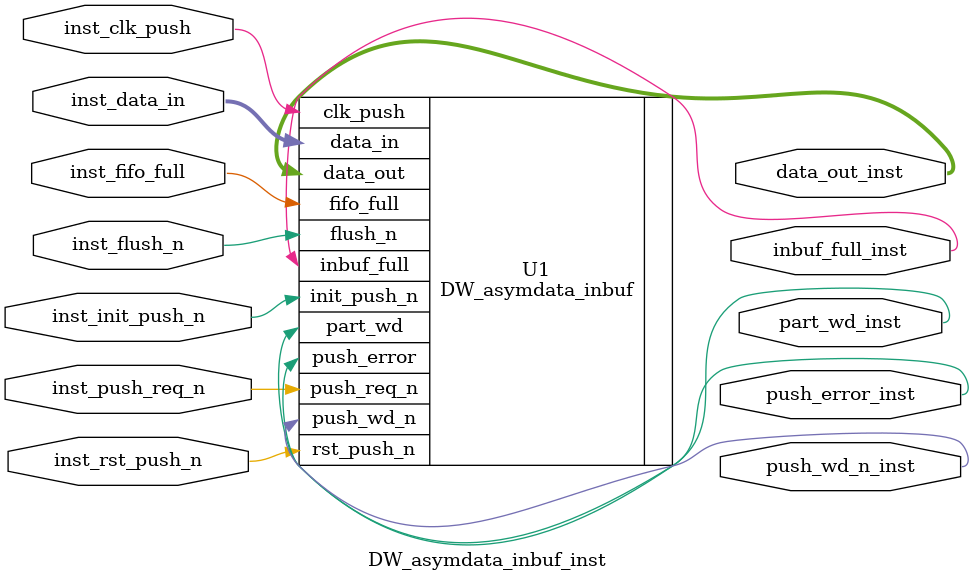
<source format=v>
module DW_asymdata_inbuf_inst( inst_clk_push, inst_rst_push_n, 
	inst_init_push_n, inst_push_req_n, inst_data_in,
	inst_flush_n, inst_fifo_full, push_wd_n_inst, data_out_inst, 
	inbuf_full_inst, part_wd_inst, push_error_inst );

parameter inst_in_width = 8;
parameter inst_out_width = 16;
parameter inst_err_mode = 0;
parameter inst_byte_order = 0;
parameter inst_flush_value = 0;


input inst_clk_push;
input inst_rst_push_n;
input inst_init_push_n;
input inst_push_req_n;
input [inst_in_width-1 : 0] inst_data_in;
input inst_flush_n;
input inst_fifo_full;

output push_wd_n_inst;
output [inst_out_width-1 : 0] data_out_inst;
output inbuf_full_inst;
output part_wd_inst;
output push_error_inst;

    // Instance of DW_asymdata_inbuf
    DW_asymdata_inbuf #(inst_in_width, inst_out_width, inst_err_mode, inst_byte_order, inst_flush_value) U1 (
			.clk_push(inst_clk_push),
			.rst_push_n(inst_rst_push_n),
			.init_push_n(inst_init_push_n),
			.push_req_n(inst_push_req_n),
			.data_in(inst_data_in),
			.flush_n(inst_flush_n),
			.fifo_full(inst_fifo_full),
			.push_wd_n(push_wd_n_inst),
			.data_out(data_out_inst),
			.inbuf_full(inbuf_full_inst),
			.part_wd(part_wd_inst),
			.push_error(push_error_inst) );

endmodule

</source>
